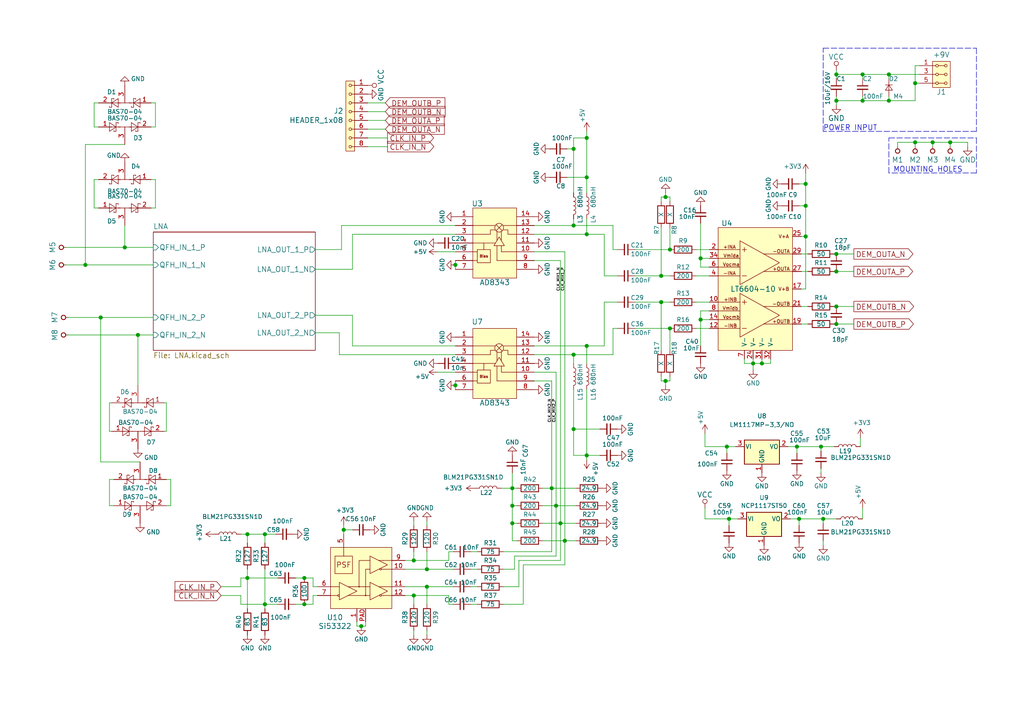
<source format=kicad_sch>
(kicad_sch (version 20201015) (generator eeschema)
  (page 1 2)
  (paper "A4")
  (title_block (title "QFHMIX01C") (date "%F") (rev "REV 0.2") (company "ORBISYS www.orbisys.sk") (comment 1 "VERSION 3") (comment 2 "Frontend for QFH antenna") (comment 3 "Maksim Rezenov, Jakub kakona"))
  (junction (at 24.765 76.835) (diameter 1.016))
  (junction (at 29.21 92.075) (diameter 1.016))
  (junction (at 36.195 71.755) (diameter 1.016))
  (junction (at 40.005 97.155) (diameter 1.016))
  (junction (at 71.755 154.94) (diameter 1.016))
  (junction (at 71.755 167.64) (diameter 1.016))
  (junction (at 76.835 154.94) (diameter 1.016))
  (junction (at 76.835 175.26) (diameter 1.016))
  (junction (at 88.265 167.64) (diameter 1.016))
  (junction (at 88.265 175.26) (diameter 1.016))
  (junction (at 99.695 153.67) (diameter 1.016))
  (junction (at 104.775 181.61) (diameter 1.016))
  (junction (at 120.015 162.56) (diameter 1.016))
  (junction (at 120.015 172.72) (diameter 1.016))
  (junction (at 123.825 165.1) (diameter 1.016))
  (junction (at 123.825 170.18) (diameter 1.016))
  (junction (at 132.08 76.835) (diameter 1.016))
  (junction (at 132.08 111.76) (diameter 1.016))
  (junction (at 148.59 141.605) (diameter 1.016))
  (junction (at 148.59 146.685) (diameter 1.016))
  (junction (at 148.59 151.765) (diameter 1.016))
  (junction (at 160.02 141.605) (diameter 1.016))
  (junction (at 161.29 146.685) (diameter 1.016))
  (junction (at 162.56 151.765) (diameter 1.016))
  (junction (at 163.83 156.845) (diameter 1.016))
  (junction (at 166.37 43.18) (diameter 1.016))
  (junction (at 166.37 65.405) (diameter 1.016))
  (junction (at 166.37 102.87) (diameter 1.016))
  (junction (at 166.37 124.46) (diameter 1.016))
  (junction (at 170.18 40.005) (diameter 1.016))
  (junction (at 170.18 51.435) (diameter 1.016))
  (junction (at 170.18 67.945) (diameter 1.016))
  (junction (at 170.18 100.33) (diameter 1.016))
  (junction (at 170.18 132.08) (diameter 1.016))
  (junction (at 191.77 80.01) (diameter 1.016))
  (junction (at 191.77 87.63) (diameter 1.016))
  (junction (at 193.04 57.15) (diameter 1.016))
  (junction (at 193.04 110.49) (diameter 1.016))
  (junction (at 194.31 72.39) (diameter 1.016))
  (junction (at 194.31 95.25) (diameter 1.016))
  (junction (at 203.2 74.93) (diameter 1.016))
  (junction (at 203.2 92.71) (diameter 1.016))
  (junction (at 210.82 129.54) (diameter 1.016))
  (junction (at 211.455 150.495) (diameter 1.016))
  (junction (at 218.44 105.41) (diameter 1.016))
  (junction (at 220.98 105.41) (diameter 1.016))
  (junction (at 231.14 129.54) (diameter 1.016))
  (junction (at 231.775 150.495) (diameter 1.016))
  (junction (at 233.68 53.34) (diameter 1.016))
  (junction (at 233.68 59.69) (diameter 1.016))
  (junction (at 233.68 68.58) (diameter 1.016))
  (junction (at 238.125 129.54) (diameter 1.016))
  (junction (at 238.76 150.495) (diameter 1.016))
  (junction (at 242.57 21.59) (diameter 1.016))
  (junction (at 242.57 29.21) (diameter 1.016))
  (junction (at 242.57 73.66) (diameter 1.016))
  (junction (at 242.57 78.74) (diameter 1.016))
  (junction (at 242.57 88.9) (diameter 1.016))
  (junction (at 242.57 93.98) (diameter 1.016))
  (junction (at 250.19 21.59) (diameter 1.016))
  (junction (at 250.19 29.21) (diameter 1.016))
  (junction (at 257.81 21.59) (diameter 1.016))
  (junction (at 257.81 29.21) (diameter 1.016))
  (junction (at 265.43 24.13) (diameter 1.016))
  (junction (at 265.43 41.275) (diameter 1.016))
  (junction (at 270.51 41.275) (diameter 1.016))
  (junction (at 275.59 41.275) (diameter 1.016))
  (wire (pts (xy 19.05 71.755) (xy 36.195 71.755)))
  (wire (pts (xy 19.05 76.835) (xy 24.765 76.835)))
  (wire (pts (xy 19.685 92.075) (xy 29.21 92.075)))
  (wire (pts (xy 24.765 41.91) (xy 24.765 76.835)))
  (wire (pts (xy 24.765 76.835) (xy 44.45 76.835)))
  (wire (pts (xy 27.305 29.845) (xy 28.575 29.845)))
  (wire (pts (xy 27.305 36.83) (xy 27.305 29.845)))
  (wire (pts (xy 27.305 52.07) (xy 28.575 52.07)))
  (wire (pts (xy 27.305 60.325) (xy 27.305 52.07)))
  (wire (pts (xy 28.575 36.83) (xy 27.305 36.83)))
  (wire (pts (xy 28.575 60.325) (xy 27.305 60.325)))
  (wire (pts (xy 29.21 92.075) (xy 29.21 133.985)))
  (wire (pts (xy 29.21 92.075) (xy 44.45 92.075)))
  (wire (pts (xy 31.75 116.84) (xy 31.75 125.095)))
  (wire (pts (xy 31.75 125.095) (xy 32.385 125.095)))
  (wire (pts (xy 31.75 139.065) (xy 31.75 146.685)))
  (wire (pts (xy 31.75 146.685) (xy 33.02 146.685)))
  (wire (pts (xy 32.385 116.84) (xy 31.75 116.84)))
  (wire (pts (xy 33.02 139.065) (xy 31.75 139.065)))
  (wire (pts (xy 36.195 41.91) (xy 24.765 41.91)))
  (wire (pts (xy 36.195 65.405) (xy 36.195 71.755)))
  (wire (pts (xy 36.195 71.755) (xy 44.45 71.755)))
  (wire (pts (xy 40.005 97.155) (xy 19.685 97.155)))
  (wire (pts (xy 40.005 97.155) (xy 40.005 111.76)))
  (wire (pts (xy 40.64 133.985) (xy 29.21 133.985)))
  (wire (pts (xy 43.815 36.83) (xy 45.085 36.83)))
  (wire (pts (xy 43.815 60.325) (xy 45.085 60.325)))
  (wire (pts (xy 44.45 97.155) (xy 40.005 97.155)))
  (wire (pts (xy 45.085 29.845) (xy 43.815 29.845)))
  (wire (pts (xy 45.085 36.83) (xy 45.085 29.845)))
  (wire (pts (xy 45.085 52.07) (xy 43.815 52.07)))
  (wire (pts (xy 45.085 60.325) (xy 45.085 52.07)))
  (wire (pts (xy 47.625 116.84) (xy 48.26 116.84)))
  (wire (pts (xy 48.26 116.84) (xy 48.26 125.095)))
  (wire (pts (xy 48.26 125.095) (xy 47.625 125.095)))
  (wire (pts (xy 48.26 139.065) (xy 49.53 139.065)))
  (wire (pts (xy 49.53 139.065) (xy 49.53 146.685)))
  (wire (pts (xy 49.53 146.685) (xy 48.26 146.685)))
  (wire (pts (xy 64.135 172.72) (xy 69.85 172.72)))
  (wire (pts (xy 69.85 154.94) (xy 71.755 154.94)))
  (wire (pts (xy 69.85 167.64) (xy 69.85 170.18)))
  (wire (pts (xy 69.85 170.18) (xy 64.135 170.18)))
  (wire (pts (xy 69.85 172.72) (xy 69.85 175.26)))
  (wire (pts (xy 69.85 175.26) (xy 76.835 175.26)))
  (wire (pts (xy 71.755 154.94) (xy 71.755 157.48)))
  (wire (pts (xy 71.755 165.1) (xy 71.755 167.64)))
  (wire (pts (xy 71.755 167.64) (xy 69.85 167.64)))
  (wire (pts (xy 71.755 167.64) (xy 71.755 176.53)))
  (wire (pts (xy 76.835 154.94) (xy 71.755 154.94)))
  (wire (pts (xy 76.835 157.48) (xy 76.835 154.94)))
  (wire (pts (xy 76.835 165.1) (xy 76.835 175.26)))
  (wire (pts (xy 76.835 175.26) (xy 80.645 175.26)))
  (wire (pts (xy 76.835 176.53) (xy 76.835 175.26)))
  (wire (pts (xy 80.01 154.94) (xy 76.835 154.94)))
  (wire (pts (xy 80.645 167.64) (xy 71.755 167.64)))
  (wire (pts (xy 85.725 167.64) (xy 88.265 167.64)))
  (wire (pts (xy 85.725 175.26) (xy 88.265 175.26)))
  (wire (pts (xy 88.265 167.64) (xy 90.805 167.64)))
  (wire (pts (xy 88.265 175.26) (xy 90.805 175.26)))
  (wire (pts (xy 90.805 167.64) (xy 90.805 170.18)))
  (wire (pts (xy 90.805 170.18) (xy 92.075 170.18)))
  (wire (pts (xy 90.805 172.72) (xy 92.075 172.72)))
  (wire (pts (xy 90.805 175.26) (xy 90.805 172.72)))
  (wire (pts (xy 91.44 72.39) (xy 99.06 72.39)))
  (wire (pts (xy 91.44 78.105) (xy 102.235 78.105)))
  (wire (pts (xy 91.44 91.44) (xy 102.235 91.44)))
  (wire (pts (xy 91.44 96.52) (xy 98.425 96.52)))
  (wire (pts (xy 98.425 96.52) (xy 98.425 102.87)))
  (wire (pts (xy 98.425 102.87) (xy 132.08 102.87)))
  (wire (pts (xy 99.06 65.405) (xy 132.08 65.405)))
  (wire (pts (xy 99.06 72.39) (xy 99.06 65.405)))
  (wire (pts (xy 99.695 152.4) (xy 99.695 153.67)))
  (wire (pts (xy 99.695 153.67) (xy 99.695 154.94)))
  (wire (pts (xy 102.235 67.945) (xy 132.08 67.945)))
  (wire (pts (xy 102.235 78.105) (xy 102.235 67.945)))
  (wire (pts (xy 102.235 91.44) (xy 102.235 100.33)))
  (wire (pts (xy 102.235 100.33) (xy 132.08 100.33)))
  (wire (pts (xy 102.235 153.67) (xy 99.695 153.67)))
  (wire (pts (xy 103.505 180.34) (xy 103.505 181.61)))
  (wire (pts (xy 103.505 181.61) (xy 104.775 181.61)))
  (wire (pts (xy 104.775 181.61) (xy 106.045 181.61)))
  (wire (pts (xy 106.045 181.61) (xy 106.045 180.34)))
  (wire (pts (xy 106.68 29.845) (xy 111.76 29.845)))
  (wire (pts (xy 106.68 32.385) (xy 111.76 32.385)))
  (wire (pts (xy 106.68 34.925) (xy 111.76 34.925)))
  (wire (pts (xy 106.68 37.465) (xy 111.76 37.465)))
  (wire (pts (xy 106.68 40.005) (xy 112.395 40.005)))
  (wire (pts (xy 106.68 42.545) (xy 112.395 42.545)))
  (wire (pts (xy 117.475 162.56) (xy 120.015 162.56)))
  (wire (pts (xy 117.475 165.1) (xy 123.825 165.1)))
  (wire (pts (xy 117.475 170.18) (xy 123.825 170.18)))
  (wire (pts (xy 117.475 172.72) (xy 120.015 172.72)))
  (wire (pts (xy 120.015 152.4) (xy 120.015 151.13)))
  (wire (pts (xy 120.015 162.56) (xy 120.015 160.02)))
  (wire (pts (xy 120.015 162.56) (xy 130.175 162.56)))
  (wire (pts (xy 120.015 172.72) (xy 120.015 175.26)))
  (wire (pts (xy 120.015 172.72) (xy 130.175 172.72)))
  (wire (pts (xy 120.015 182.88) (xy 120.015 184.15)))
  (wire (pts (xy 123.825 152.4) (xy 123.825 151.13)))
  (wire (pts (xy 123.825 165.1) (xy 123.825 160.02)))
  (wire (pts (xy 123.825 165.1) (xy 131.445 165.1)))
  (wire (pts (xy 123.825 170.18) (xy 123.825 175.26)))
  (wire (pts (xy 123.825 170.18) (xy 131.445 170.18)))
  (wire (pts (xy 123.825 182.88) (xy 123.825 184.15)))
  (wire (pts (xy 127 73.025) (xy 132.08 73.025)))
  (wire (pts (xy 127 107.95) (xy 132.08 107.95)))
  (wire (pts (xy 130.175 160.02) (xy 131.445 160.02)))
  (wire (pts (xy 130.175 162.56) (xy 130.175 160.02)))
  (wire (pts (xy 130.175 172.72) (xy 130.175 175.26)))
  (wire (pts (xy 130.175 175.26) (xy 131.445 175.26)))
  (wire (pts (xy 132.08 75.565) (xy 132.08 76.835)))
  (wire (pts (xy 132.08 76.835) (xy 132.08 78.105)))
  (wire (pts (xy 132.08 110.49) (xy 132.08 111.76)))
  (wire (pts (xy 132.08 111.76) (xy 132.08 113.03)))
  (wire (pts (xy 136.525 160.02) (xy 138.43 160.02)))
  (wire (pts (xy 136.525 165.1) (xy 138.43 165.1)))
  (wire (pts (xy 136.525 170.18) (xy 138.43 170.18)))
  (wire (pts (xy 136.525 175.26) (xy 138.43 175.26)))
  (wire (pts (xy 145.415 141.605) (xy 148.59 141.605)))
  (wire (pts (xy 146.05 160.02) (xy 160.02 160.02)))
  (wire (pts (xy 146.05 165.1) (xy 149.225 165.1)))
  (wire (pts (xy 146.05 170.18) (xy 150.495 170.18)))
  (wire (pts (xy 146.05 175.26) (xy 151.765 175.26)))
  (wire (pts (xy 148.59 137.16) (xy 148.59 141.605)))
  (wire (pts (xy 148.59 141.605) (xy 149.86 141.605)))
  (wire (pts (xy 148.59 146.685) (xy 148.59 141.605)))
  (wire (pts (xy 148.59 151.765) (xy 148.59 146.685)))
  (wire (pts (xy 148.59 156.845) (xy 148.59 151.765)))
  (wire (pts (xy 149.225 161.29) (xy 161.29 161.29)))
  (wire (pts (xy 149.225 165.1) (xy 149.225 161.29)))
  (wire (pts (xy 149.86 146.685) (xy 148.59 146.685)))
  (wire (pts (xy 149.86 151.765) (xy 148.59 151.765)))
  (wire (pts (xy 149.86 156.845) (xy 148.59 156.845)))
  (wire (pts (xy 150.495 162.56) (xy 162.56 162.56)))
  (wire (pts (xy 150.495 170.18) (xy 150.495 162.56)))
  (wire (pts (xy 151.765 163.83) (xy 151.765 175.26)))
  (wire (pts (xy 154.94 65.405) (xy 166.37 65.405)))
  (wire (pts (xy 154.94 67.945) (xy 170.18 67.945)))
  (wire (pts (xy 154.94 73.025) (xy 163.83 73.025)))
  (wire (pts (xy 154.94 75.565) (xy 162.56 75.565)))
  (wire (pts (xy 154.94 100.33) (xy 170.18 100.33)))
  (wire (pts (xy 154.94 102.87) (xy 166.37 102.87)))
  (wire (pts (xy 154.94 107.95) (xy 161.29 107.95)))
  (wire (pts (xy 154.94 110.49) (xy 160.02 110.49)))
  (wire (pts (xy 157.48 141.605) (xy 160.02 141.605)))
  (wire (pts (xy 157.48 146.685) (xy 161.29 146.685)))
  (wire (pts (xy 157.48 151.765) (xy 162.56 151.765)))
  (wire (pts (xy 157.48 156.845) (xy 163.83 156.845)))
  (wire (pts (xy 160.02 110.49) (xy 160.02 141.605)))
  (wire (pts (xy 160.02 141.605) (xy 160.02 160.02)))
  (wire (pts (xy 161.29 107.95) (xy 161.29 146.685)))
  (wire (pts (xy 161.29 146.685) (xy 161.29 161.29)))
  (wire (pts (xy 162.56 75.565) (xy 162.56 151.765)))
  (wire (pts (xy 162.56 151.765) (xy 162.56 162.56)))
  (wire (pts (xy 163.83 73.025) (xy 163.83 156.845)))
  (wire (pts (xy 163.83 156.845) (xy 163.83 163.83)))
  (wire (pts (xy 163.83 163.83) (xy 151.765 163.83)))
  (wire (pts (xy 164.465 43.18) (xy 166.37 43.18)))
  (wire (pts (xy 164.465 51.435) (xy 170.18 51.435)))
  (wire (pts (xy 166.37 40.005) (xy 166.37 43.18)))
  (wire (pts (xy 166.37 40.005) (xy 170.18 40.005)))
  (wire (pts (xy 166.37 43.18) (xy 166.37 55.88)))
  (wire (pts (xy 166.37 63.5) (xy 166.37 65.405)))
  (wire (pts (xy 166.37 65.405) (xy 177.8 65.405)))
  (wire (pts (xy 166.37 102.87) (xy 177.8 102.87)))
  (wire (pts (xy 166.37 105.41) (xy 166.37 102.87)))
  (wire (pts (xy 166.37 113.03) (xy 166.37 124.46)))
  (wire (pts (xy 166.37 124.46) (xy 166.37 132.08)))
  (wire (pts (xy 166.37 132.08) (xy 170.18 132.08)))
  (wire (pts (xy 167.005 141.605) (xy 160.02 141.605)))
  (wire (pts (xy 167.005 146.685) (xy 161.29 146.685)))
  (wire (pts (xy 167.005 151.765) (xy 162.56 151.765)))
  (wire (pts (xy 167.005 156.845) (xy 163.83 156.845)))
  (wire (pts (xy 170.18 38.1) (xy 170.18 40.005)))
  (wire (pts (xy 170.18 40.005) (xy 170.18 51.435)))
  (wire (pts (xy 170.18 51.435) (xy 170.18 55.88)))
  (wire (pts (xy 170.18 63.5) (xy 170.18 67.945)))
  (wire (pts (xy 170.18 67.945) (xy 175.26 67.945)))
  (wire (pts (xy 170.18 100.33) (xy 175.26 100.33)))
  (wire (pts (xy 170.18 105.41) (xy 170.18 100.33)))
  (wire (pts (xy 170.18 132.08) (xy 170.18 113.03)))
  (wire (pts (xy 170.18 132.08) (xy 170.18 133.35)))
  (wire (pts (xy 173.99 124.46) (xy 166.37 124.46)))
  (wire (pts (xy 173.99 132.08) (xy 170.18 132.08)))
  (wire (pts (xy 175.26 67.945) (xy 175.26 80.01)))
  (wire (pts (xy 175.26 80.01) (xy 179.07 80.01)))
  (wire (pts (xy 175.26 87.63) (xy 175.26 100.33)))
  (wire (pts (xy 177.8 65.405) (xy 177.8 72.39)))
  (wire (pts (xy 177.8 72.39) (xy 179.07 72.39)))
  (wire (pts (xy 177.8 95.25) (xy 177.8 102.87)))
  (wire (pts (xy 179.07 87.63) (xy 175.26 87.63)))
  (wire (pts (xy 179.07 95.25) (xy 177.8 95.25)))
  (wire (pts (xy 184.15 72.39) (xy 194.31 72.39)))
  (wire (pts (xy 184.15 80.01) (xy 191.77 80.01)))
  (wire (pts (xy 191.77 57.15) (xy 193.04 57.15)))
  (wire (pts (xy 191.77 58.42) (xy 191.77 57.15)))
  (wire (pts (xy 191.77 66.04) (xy 191.77 80.01)))
  (wire (pts (xy 191.77 80.01) (xy 194.31 80.01)))
  (wire (pts (xy 191.77 87.63) (xy 184.15 87.63)))
  (wire (pts (xy 191.77 87.63) (xy 191.77 101.6)))
  (wire (pts (xy 191.77 109.22) (xy 191.77 110.49)))
  (wire (pts (xy 191.77 110.49) (xy 193.04 110.49)))
  (wire (pts (xy 193.04 55.88) (xy 193.04 57.15)))
  (wire (pts (xy 193.04 57.15) (xy 194.31 57.15)))
  (wire (pts (xy 193.04 110.49) (xy 194.31 110.49)))
  (wire (pts (xy 193.04 111.76) (xy 193.04 110.49)))
  (wire (pts (xy 194.31 57.15) (xy 194.31 58.42)))
  (wire (pts (xy 194.31 66.04) (xy 194.31 72.39)))
  (wire (pts (xy 194.31 87.63) (xy 191.77 87.63)))
  (wire (pts (xy 194.31 95.25) (xy 184.15 95.25)))
  (wire (pts (xy 194.31 95.25) (xy 194.31 101.6)))
  (wire (pts (xy 194.31 110.49) (xy 194.31 109.22)))
  (wire (pts (xy 201.93 72.39) (xy 205.74 72.39)))
  (wire (pts (xy 201.93 80.01) (xy 205.74 80.01)))
  (wire (pts (xy 201.93 87.63) (xy 205.74 87.63)))
  (wire (pts (xy 201.93 95.25) (xy 205.74 95.25)))
  (wire (pts (xy 203.2 64.77) (xy 203.2 74.93)))
  (wire (pts (xy 203.2 74.93) (xy 205.74 74.93)))
  (wire (pts (xy 203.2 77.47) (xy 203.2 74.93)))
  (wire (pts (xy 203.2 90.17) (xy 203.2 92.71)))
  (wire (pts (xy 203.2 92.71) (xy 205.74 92.71)))
  (wire (pts (xy 203.2 100.33) (xy 203.2 92.71)))
  (wire (pts (xy 204.47 129.54) (xy 204.47 125.73)))
  (wire (pts (xy 204.47 147.32) (xy 204.47 150.495)))
  (wire (pts (xy 204.47 150.495) (xy 211.455 150.495)))
  (wire (pts (xy 205.74 77.47) (xy 203.2 77.47)))
  (wire (pts (xy 205.74 90.17) (xy 203.2 90.17)))
  (wire (pts (xy 210.82 129.54) (xy 204.47 129.54)))
  (wire (pts (xy 210.82 129.54) (xy 210.82 131.445)))
  (wire (pts (xy 211.455 150.495) (xy 211.455 152.4)))
  (wire (pts (xy 213.36 129.54) (xy 210.82 129.54)))
  (wire (pts (xy 213.995 150.495) (xy 211.455 150.495)))
  (wire (pts (xy 215.9 104.14) (xy 215.9 105.41)))
  (wire (pts (xy 215.9 105.41) (xy 218.44 105.41)))
  (wire (pts (xy 218.44 104.14) (xy 218.44 105.41)))
  (wire (pts (xy 218.44 105.41) (xy 220.98 105.41)))
  (wire (pts (xy 218.44 107.315) (xy 218.44 105.41)))
  (wire (pts (xy 220.98 104.14) (xy 220.98 105.41)))
  (wire (pts (xy 220.98 105.41) (xy 223.52 105.41)))
  (wire (pts (xy 223.52 105.41) (xy 223.52 104.14)))
  (wire (pts (xy 228.6 129.54) (xy 231.14 129.54)))
  (wire (pts (xy 229.235 150.495) (xy 231.775 150.495)))
  (wire (pts (xy 231.14 129.54) (xy 231.14 131.445)))
  (wire (pts (xy 231.14 129.54) (xy 238.125 129.54)))
  (wire (pts (xy 231.775 53.34) (xy 233.68 53.34)))
  (wire (pts (xy 231.775 59.69) (xy 233.68 59.69)))
  (wire (pts (xy 231.775 150.495) (xy 231.775 152.4)))
  (wire (pts (xy 231.775 150.495) (xy 238.76 150.495)))
  (wire (pts (xy 232.41 78.74) (xy 234.315 78.74)))
  (wire (pts (xy 232.41 83.82) (xy 233.68 83.82)))
  (wire (pts (xy 232.41 88.9) (xy 234.315 88.9)))
  (wire (pts (xy 232.41 93.98) (xy 234.315 93.98)))
  (wire (pts (xy 233.68 50.165) (xy 233.68 53.34)))
  (wire (pts (xy 233.68 53.34) (xy 233.68 59.69)))
  (wire (pts (xy 233.68 59.69) (xy 233.68 68.58)))
  (wire (pts (xy 233.68 68.58) (xy 232.41 68.58)))
  (wire (pts (xy 233.68 83.82) (xy 233.68 68.58)))
  (wire (pts (xy 234.315 73.66) (xy 232.41 73.66)))
  (wire (pts (xy 238.125 130.81) (xy 238.125 129.54)))
  (wire (pts (xy 238.125 135.89) (xy 238.125 137.16)))
  (wire (pts (xy 238.76 150.495) (xy 242.57 150.495)))
  (wire (pts (xy 238.76 151.765) (xy 238.76 150.495)))
  (wire (pts (xy 238.76 158.115) (xy 238.76 156.845)))
  (wire (pts (xy 241.935 73.66) (xy 242.57 73.66)))
  (wire (pts (xy 241.935 88.9) (xy 242.57 88.9)))
  (wire (pts (xy 241.935 129.54) (xy 238.125 129.54)))
  (wire (pts (xy 242.57 20.32) (xy 242.57 21.59)))
  (wire (pts (xy 242.57 21.59) (xy 242.57 22.86)))
  (wire (pts (xy 242.57 27.94) (xy 242.57 29.21)))
  (wire (pts (xy 242.57 29.21) (xy 242.57 30.48)))
  (wire (pts (xy 242.57 73.66) (xy 247.65 73.66)))
  (wire (pts (xy 242.57 78.74) (xy 241.935 78.74)))
  (wire (pts (xy 242.57 78.74) (xy 247.65 78.74)))
  (wire (pts (xy 242.57 88.9) (xy 247.65 88.9)))
  (wire (pts (xy 242.57 93.98) (xy 241.935 93.98)))
  (wire (pts (xy 242.57 93.98) (xy 247.65 93.98)))
  (wire (pts (xy 249.555 127) (xy 249.555 129.54)))
  (wire (pts (xy 250.19 21.59) (xy 242.57 21.59)))
  (wire (pts (xy 250.19 22.86) (xy 250.19 21.59)))
  (wire (pts (xy 250.19 27.94) (xy 250.19 29.21)))
  (wire (pts (xy 250.19 29.21) (xy 242.57 29.21)))
  (wire (pts (xy 250.19 150.495) (xy 250.19 147.32)))
  (wire (pts (xy 257.81 21.59) (xy 250.19 21.59)))
  (wire (pts (xy 257.81 22.86) (xy 257.81 21.59)))
  (wire (pts (xy 257.81 27.94) (xy 257.81 29.21)))
  (wire (pts (xy 257.81 29.21) (xy 250.19 29.21)))
  (wire (pts (xy 260.35 41.275) (xy 260.35 42.545)))
  (wire (pts (xy 265.43 19.05) (xy 265.43 24.13)))
  (wire (pts (xy 265.43 24.13) (xy 265.43 29.21)))
  (wire (pts (xy 265.43 29.21) (xy 257.81 29.21)))
  (wire (pts (xy 265.43 41.275) (xy 260.35 41.275)))
  (wire (pts (xy 265.43 42.545) (xy 265.43 41.275)))
  (wire (pts (xy 266.7 19.05) (xy 265.43 19.05)))
  (wire (pts (xy 266.7 21.59) (xy 257.81 21.59)))
  (wire (pts (xy 266.7 24.13) (xy 265.43 24.13)))
  (wire (pts (xy 270.51 41.275) (xy 265.43 41.275)))
  (wire (pts (xy 270.51 42.545) (xy 270.51 41.275)))
  (wire (pts (xy 275.59 41.275) (xy 270.51 41.275)))
  (wire (pts (xy 275.59 42.545) (xy 275.59 41.275)))
  (wire (pts (xy 280.67 41.275) (xy 275.59 41.275)))
  (wire (pts (xy 280.67 42.545) (xy 280.67 41.275)))
  (polyline (pts (xy 238.76 13.97) (xy 283.21 13.97)) (stroke (width 0) (type dash)))
  (polyline (pts (xy 238.76 38.1) (xy 238.76 13.97)) (stroke (width 0) (type dash)))
  (polyline (pts (xy 257.81 40.005) (xy 283.21 40.005)) (stroke (width 0) (type dash)))
  (polyline (pts (xy 257.81 50.165) (xy 257.81 40.005)) (stroke (width 0) (type dash)))
  (polyline (pts (xy 283.21 13.97) (xy 283.21 38.1)) (stroke (width 0) (type dash)))
  (polyline (pts (xy 283.21 38.1) (xy 238.76 38.1)) (stroke (width 0) (type dash)))
  (polyline (pts (xy 283.21 40.005) (xy 283.21 50.165)) (stroke (width 0) (type dash)))
  (polyline (pts (xy 283.21 50.165) (xy 257.81 50.165)) (stroke (width 0) (type dash)))
  (text "POWER INPUT" (at 238.76 38.1 0) (effects (font (size 1.524 1.524)) (justify left bottom)))
  (text "MOUNTING HOLES" (at 259.08 50.165 0) (effects (font (size 1.524 1.524)) (justify left bottom)))
  (label "CLK_MIX2_N" (at 160.02 122.555 90) (effects (font (size 0.762 0.762))))
  (label "CLK_MIX2_P" (at 161.29 122.555 90) (effects (font (size 0.762 0.762))))
  (label "CLK_MIX1_N" (at 162.56 84.455 90) (effects (font (size 0.762 0.762))))
  (label "CLK_MIX1_P" (at 163.83 77.47 270) (effects (font (size 0.762 0.762))))
  (global_label "CLK_IN_P" (shape input) (at 64.135 170.18 180) (effects (font (size 1.524 1.524))))
  (global_label "CLK_IN_N" (shape input) (at 64.135 172.72 180) (effects (font (size 1.524 1.524))))
  (global_label "DEM_OUTB_P" (shape input) (at 111.76 29.845 0) (effects (font (size 1.524 1.524))))
  (global_label "DEM_OUTB_N" (shape input) (at 111.76 32.385 0) (effects (font (size 1.524 1.524))))
  (global_label "DEM_OUTA_P" (shape input) (at 111.76 34.925 0) (effects (font (size 1.524 1.524))))
  (global_label "DEM_OUTA_N" (shape input) (at 111.76 37.465 0) (effects (font (size 1.524 1.524))))
  (global_label "CLK_IN_P" (shape output) (at 112.395 40.005 0) (effects (font (size 1.524 1.524))))
  (global_label "CLK_IN_N" (shape output) (at 112.395 42.545 0) (effects (font (size 1.524 1.524))))
  (global_label "DEM_OUTA_N" (shape output) (at 247.65 73.66 0) (effects (font (size 1.524 1.524))))
  (global_label "DEM_OUTA_P" (shape output) (at 247.65 78.74 0) (effects (font (size 1.524 1.524))))
  (global_label "DEM_OUTB_N" (shape output) (at 247.65 88.9 0) (effects (font (size 1.524 1.524))))
  (global_label "DEM_OUTB_P" (shape output) (at 247.65 93.98 0) (effects (font (size 1.524 1.524))))
  (symbol (lib_id "QFHMIX01C-rescue:HOLE-MLAB_MECHANICAL") (at 17.78 71.755 0) (unit 1)
    (property "Reference" "M5" (at 15.24 71.755 90) (effects (font (size 1.524 1.524))))
    (property "Value" "HOLE" (effects hide))
    (property "Footprint" "Mlab_Mechanical:MountingHole_3mm" (effects hide))
  )
  (symbol (lib_id "QFHMIX01C-rescue:HOLE-MLAB_MECHANICAL") (at 17.78 76.835 0) (unit 1)
    (property "Reference" "M6" (at 15.24 76.835 90) (effects (font (size 1.524 1.524))))
    (property "Value" "HOLE" (effects hide))
    (property "Footprint" "Mlab_Mechanical:MountingHole_3mm" (effects hide))
  )
  (symbol (lib_id "QFHMIX01C-rescue:HOLE-MLAB_MECHANICAL") (at 18.415 92.075 0) (unit 1)
    (property "Reference" "M7" (at 15.875 92.075 90) (effects (font (size 1.524 1.524))))
    (property "Value" "HOLE" (effects hide))
    (property "Footprint" "Mlab_Mechanical:MountingHole_3mm" (effects hide))
  )
  (symbol (lib_id "QFHMIX01C-rescue:HOLE-MLAB_MECHANICAL") (at 18.415 97.155 0) (unit 1)
    (property "Reference" "M8" (at 15.875 97.155 90) (effects (font (size 1.524 1.524))))
    (property "Value" "HOLE" (effects hide))
    (property "Footprint" "Mlab_Mechanical:MountingHole_3mm" (effects hide))
  )
  (symbol (lib_id "QFHMIX01C-rescue:HOLE-MLAB_MECHANICAL") (at 260.35 43.815 90) (unit 1)
    (property "Reference" "M1" (at 260.35 46.355 90) (effects (font (size 1.524 1.524))))
    (property "Value" "HOLE" (effects hide))
    (property "Footprint" "Mlab_Mechanical:MountingHole_3mm" (effects hide))
  )
  (symbol (lib_id "QFHMIX01C-rescue:HOLE-MLAB_MECHANICAL") (at 265.43 43.815 90) (unit 1)
    (property "Reference" "M2" (at 265.43 46.355 90) (effects (font (size 1.524 1.524))))
    (property "Value" "HOLE" (effects hide))
    (property "Footprint" "Mlab_Mechanical:MountingHole_3mm" (effects hide))
  )
  (symbol (lib_id "QFHMIX01C-rescue:HOLE-MLAB_MECHANICAL") (at 270.51 43.815 90) (unit 1)
    (property "Reference" "M3" (at 270.51 46.355 90) (effects (font (size 1.524 1.524))))
    (property "Value" "HOLE" (effects hide))
    (property "Footprint" "Mlab_Mechanical:MountingHole_3mm" (effects hide))
  )
  (symbol (lib_id "QFHMIX01C-rescue:HOLE-MLAB_MECHANICAL") (at 275.59 43.815 90) (unit 1)
    (property "Reference" "M4" (at 275.59 46.355 90) (effects (font (size 1.524 1.524))))
    (property "Value" "HOLE" (effects hide))
    (property "Footprint" "Mlab_Mechanical:MountingHole_3mm" (effects hide))
  )
  (symbol (lib_id "QFHMIX01C-rescue:VCC-power-QFHMIX01B-rescue") (at 106.68 24.765 270) (unit 1)
    (property "Reference" "#PWR033" (effects hide))
    (property "Value" "VCC" (at 110.49 22.225 0) (effects (font (size 1.524 1.524))))
  )
  (symbol (lib_id "QFHMIX01C-rescue:VCC-power-QFHMIX01B-rescue") (at 204.47 147.32 0) (unit 1)
    (property "Reference" "#PWR070" (effects hide))
    (property "Value" "VCC" (at 204.47 143.51 0) (effects (font (size 1.524 1.524))))
  )
  (symbol (lib_id "QFHMIX01C-rescue:VCC-power-QFHMIX01B-rescue") (at 242.57 20.32 0) (unit 1)
    (property "Reference" "#PWR02" (effects hide))
    (property "Value" "VCC" (at 242.57 16.51 0) (effects (font (size 1.524 1.524))))
  )
  (symbol (lib_id "QFHMIX01C-rescue:+3V3-power-QFHMIX01B-rescue") (at 62.23 154.94 90) (unit 1)
    (property "Reference" "#PWR077" (effects hide))
    (property "Value" "+3V3" (at 57.8358 154.559 0))
  )
  (symbol (lib_id "QFHMIX01C-rescue:+3V3-power-QFHMIX01B-rescue") (at 99.695 152.4 0) (unit 1)
    (property "Reference" "#PWR073" (effects hide))
    (property "Value" "+3V3" (at 100.076 148.0058 0))
  )
  (symbol (lib_id "QFHMIX01C-rescue:+5V-power-QFHMIX01B-rescue") (at 127 73.025 90) (unit 1)
    (property "Reference" "#PWR029" (effects hide))
    (property "Value" "+5V" (at 123.825 73.025 90) (effects (justify left)))
  )
  (symbol (lib_id "QFHMIX01C-rescue:+5V-power-QFHMIX01B-rescue") (at 127 107.95 90) (unit 1)
    (property "Reference" "#PWR045" (effects hide))
    (property "Value" "+5V" (at 124.46 109.22 90) (effects (justify left)))
  )
  (symbol (lib_id "QFHMIX01C-rescue:+3V3-power-QFHMIX01B-rescue") (at 137.795 141.605 90) (unit 1)
    (property "Reference" "#PWR091" (effects hide))
    (property "Value" "+3V3" (at 131.445 141.605 90))
  )
  (symbol (lib_id "QFHMIX01C-rescue:+5V-power-QFHMIX01B-rescue") (at 170.18 38.1 0) (unit 1)
    (property "Reference" "#PWR06" (effects hide))
    (property "Value" "+5V" (at 168.91 35.56 90) (effects (justify left)))
  )
  (symbol (lib_id "QFHMIX01C-rescue:+5V-power-QFHMIX01B-rescue") (at 170.18 133.35 180) (unit 1)
    (property "Reference" "#PWR068" (effects hide))
    (property "Value" "+5V" (at 172.72 133.985 90) (effects (justify left)))
  )
  (symbol (lib_id "QFHMIX01C-rescue:+5V-power-QFHMIX01B-rescue") (at 204.47 125.73 0) (unit 1)
    (property "Reference" "#PWR052" (effects hide))
    (property "Value" "+5V" (at 203.2 123.19 90) (effects (justify left)))
  )
  (symbol (lib_id "QFHMIX01C-rescue:+3V3-power-QFHMIX01B-rescue") (at 233.68 50.165 0) (unit 1)
    (property "Reference" "#PWR014" (effects hide))
    (property "Value" "+3V3" (at 229.87 48.26 0))
  )
  (symbol (lib_id "QFHMIX01C-rescue:+3V3-power-QFHMIX01B-rescue") (at 249.555 127 0) (unit 1)
    (property "Reference" "#PWR057" (effects hide))
    (property "Value" "+3V3" (at 249.936 122.6058 0))
  )
  (symbol (lib_id "QFHMIX01C-rescue:+5V-power-QFHMIX01B-rescue") (at 250.19 147.32 0) (unit 1)
    (property "Reference" "#PWR071" (effects hide))
    (property "Value" "+5V" (at 248.92 144.78 90) (effects (justify left)))
  )
  (symbol (lib_id "QFHMIX01C-rescue:L-device-QFHMIX01B-rescue") (at 66.04 154.94 90) (unit 1)
    (property "Reference" "L21" (at 67.31 156.21 90) (effects (justify left)))
    (property "Value" "BLM21PG331SN1D" (at 76.2 149.86 90) (effects (justify left)))
    (property "Footprint" "Mlab_L:SMD-0805" (effects hide))
    (property "MFPN" "BLM21PG331SN1D" (effects hide))
  )
  (symbol (lib_id "QFHMIX01C-rescue:L-device-QFHMIX01B-rescue") (at 141.605 141.605 90) (unit 1)
    (property "Reference" "L22" (at 142.875 142.875 90) (effects (justify left)))
    (property "Value" "BLM21PG331SN1D" (at 146.05 138.43 90) (effects (justify left)))
    (property "Footprint" "Mlab_L:SMD-0805" (effects hide))
    (property "MFPN" "BLM21PG331SN1D" (effects hide))
  )
  (symbol (lib_id "QFHMIX01C-rescue:L-device-QFHMIX01B-rescue") (at 166.37 59.69 0) (unit 1)
    (property "Reference" "L3" (at 168.275 64.77 90) (effects (justify left)))
    (property "Value" "680nH" (at 168.275 60.325 90) (effects (justify left)))
    (property "Footprint" "Inductors_SMD:L_0805" (effects hide))
    (property "MFPN" "AIML-0603-R68K-T" (effects hide))
  )
  (symbol (lib_id "QFHMIX01C-rescue:L-device-QFHMIX01B-rescue") (at 166.37 109.22 0) (unit 1)
    (property "Reference" "L15" (at 168.275 116.205 90) (effects (justify left)))
    (property "Value" "680nH" (at 168.275 111.76 90) (effects (justify left)))
    (property "Footprint" "Inductors_SMD:L_0805" (effects hide))
    (property "MFPN" "AIML-0603-R68K-T" (effects hide))
  )
  (symbol (lib_id "QFHMIX01C-rescue:L-device-QFHMIX01B-rescue") (at 170.18 59.69 0) (unit 1)
    (property "Reference" "L4" (at 172.085 64.77 90) (effects (justify left)))
    (property "Value" "680nH" (at 172.085 60.325 90) (effects (justify left)))
    (property "Footprint" "Inductors_SMD:L_0805" (effects hide))
    (property "MFPN" "AIML-0603-R68K-T" (effects hide))
  )
  (symbol (lib_id "QFHMIX01C-rescue:L-device-QFHMIX01B-rescue") (at 170.18 109.22 0) (unit 1)
    (property "Reference" "L16" (at 172.085 116.205 90) (effects (justify left)))
    (property "Value" "680nH" (at 172.085 111.76 90) (effects (justify left)))
    (property "Footprint" "Inductors_SMD:L_0805" (effects hide))
    (property "MFPN" "AIML-0603-R68K-T" (effects hide))
  )
  (symbol (lib_id "QFHMIX01C-rescue:L-device-QFHMIX01B-rescue") (at 245.745 129.54 90) (unit 1)
    (property "Reference" "L19" (at 247.015 130.81 90) (effects (justify left)))
    (property "Value" "BLM21PG331SN1D" (at 258.445 132.715 90) (effects (justify left)))
    (property "Footprint" "Mlab_L:SMD-0805" (effects hide))
    (property "MFPN" "BLM21PG331SN1D" (effects hide))
  )
  (symbol (lib_id "QFHMIX01C-rescue:L-device-QFHMIX01B-rescue") (at 246.38 150.495 90) (unit 1)
    (property "Reference" "L20" (at 247.65 151.765 90) (effects (justify left)))
    (property "Value" "BLM21PG331SN1D" (at 258.445 154.305 90) (effects (justify left)))
    (property "Footprint" "Mlab_L:SMD-0805" (effects hide))
    (property "MFPN" "BLM21PG331SN1D" (effects hide))
  )
  (symbol (lib_id "QFHMIX01C-rescue:GND-power-QFHMIX01B-rescue") (at 36.195 24.765 180) (unit 1)
    (property "Reference" "#PWR01" (effects hide))
    (property "Value" "GND" (at 40.005 22.86 0))
  )
  (symbol (lib_id "QFHMIX01C-rescue:GND-power-QFHMIX01B-rescue") (at 36.195 46.99 180) (unit 1)
    (property "Reference" "#PWR07" (effects hide))
    (property "Value" "GND" (at 33.02 45.085 0))
  )
  (symbol (lib_id "QFHMIX01C-rescue:GND-power-QFHMIX01B-rescue") (at 40.005 130.175 0) (unit 1)
    (property "Reference" "#PWR059" (effects hide))
    (property "Value" "GND" (at 43.815 132.715 0))
  )
  (symbol (lib_id "QFHMIX01C-rescue:GND-power-QFHMIX01B-rescue") (at 40.64 151.765 0) (unit 1)
    (property "Reference" "#PWR072" (effects hide))
    (property "Value" "GND" (at 44.45 154.305 0))
  )
  (symbol (lib_id "QFHMIX01C-rescue:GND-power-QFHMIX01B-rescue") (at 71.755 184.15 0) (unit 1)
    (property "Reference" "#PWR089" (effects hide))
    (property "Value" "GND" (at 71.755 187.96 0))
  )
  (symbol (lib_id "QFHMIX01C-rescue:GND-power-QFHMIX01B-rescue") (at 76.835 184.15 0) (unit 1)
    (property "Reference" "#PWR090" (effects hide))
    (property "Value" "GND" (at 76.835 187.96 0))
  )
  (symbol (lib_id "QFHMIX01C-rescue:GND-power-QFHMIX01B-rescue") (at 85.09 154.94 90) (unit 1)
    (property "Reference" "#PWR078" (effects hide))
    (property "Value" "GND" (at 88.9 154.94 0))
  )
  (symbol (lib_id "QFHMIX01C-rescue:GND-power-QFHMIX01B-rescue") (at 104.775 181.61 0) (unit 1)
    (property "Reference" "#PWR086" (effects hide))
    (property "Value" "GND" (at 104.775 185.42 0))
  )
  (symbol (lib_id "QFHMIX01C-rescue:GND-power-QFHMIX01B-rescue") (at 106.68 27.305 90) (unit 1)
    (property "Reference" "#PWR030" (effects hide))
    (property "Value" "GND" (at 110.49 27.305 0))
  )
  (symbol (lib_id "QFHMIX01C-rescue:GND-power-QFHMIX01B-rescue") (at 107.315 153.67 90) (unit 1)
    (property "Reference" "#PWR076" (effects hide))
    (property "Value" "GND" (at 111.125 153.67 0))
  )
  (symbol (lib_id "QFHMIX01C-rescue:GND-power-QFHMIX01B-rescue") (at 120.015 151.13 180) (unit 1)
    (property "Reference" "#PWR074" (effects hide))
    (property "Value" "GND" (at 120.015 147.32 0))
  )
  (symbol (lib_id "QFHMIX01C-rescue:GND-power-QFHMIX01B-rescue") (at 120.015 184.15 0) (unit 1)
    (property "Reference" "#PWR087" (effects hide))
    (property "Value" "GND" (at 120.015 187.96 0))
  )
  (symbol (lib_id "QFHMIX01C-rescue:GND-power-QFHMIX01B-rescue") (at 123.825 151.13 180) (unit 1)
    (property "Reference" "#PWR075" (effects hide))
    (property "Value" "GND" (at 123.825 147.32 0))
  )
  (symbol (lib_id "QFHMIX01C-rescue:GND-power-QFHMIX01B-rescue") (at 123.825 184.15 0) (unit 1)
    (property "Reference" "#PWR088" (effects hide))
    (property "Value" "GND" (at 123.825 187.96 0))
  )
  (symbol (lib_id "QFHMIX01C-rescue:GND-power-QFHMIX01B-rescue") (at 127 70.485 270) (unit 1)
    (property "Reference" "#PWR027" (effects hide))
    (property "Value" "GND" (at 121.92 70.485 90))
  )
  (symbol (lib_id "QFHMIX01C-rescue:GND-power-QFHMIX01B-rescue") (at 127 105.41 270) (unit 1)
    (property "Reference" "#PWR041" (effects hide))
    (property "Value" "GND" (at 121.92 105.41 90))
  )
  (symbol (lib_id "QFHMIX01C-rescue:GND-power-QFHMIX01B-rescue") (at 132.08 62.865 270) (unit 1)
    (property "Reference" "#PWR021" (effects hide))
    (property "Value" "GND" (at 128.27 62.865 0))
  )
  (symbol (lib_id "QFHMIX01C-rescue:GND-power-QFHMIX01B-rescue") (at 132.08 76.835 270) (unit 1)
    (property "Reference" "#PWR031" (effects hide))
    (property "Value" "GND" (at 128.27 76.835 0))
  )
  (symbol (lib_id "QFHMIX01C-rescue:GND-power-QFHMIX01B-rescue") (at 132.08 97.79 270) (unit 1)
    (property "Reference" "#PWR035" (effects hide))
    (property "Value" "GND" (at 128.27 97.79 0))
  )
  (symbol (lib_id "QFHMIX01C-rescue:GND-power-QFHMIX01B-rescue") (at 132.08 111.76 270) (unit 1)
    (property "Reference" "#PWR046" (effects hide))
    (property "Value" "GND" (at 128.27 111.76 0))
  )
  (symbol (lib_id "QFHMIX01C-rescue:GND-power-QFHMIX01B-rescue") (at 148.59 132.08 180) (unit 1)
    (property "Reference" "#PWR092" (effects hide))
    (property "Value" "GND" (at 148.59 128.27 0))
  )
  (symbol (lib_id "QFHMIX01C-rescue:GND-power-QFHMIX01B-rescue") (at 154.94 62.865 90) (unit 1)
    (property "Reference" "#PWR022" (effects hide))
    (property "Value" "GND" (at 158.75 62.865 0))
  )
  (symbol (lib_id "QFHMIX01C-rescue:GND-power-QFHMIX01B-rescue") (at 154.94 70.485 90) (unit 1)
    (property "Reference" "#PWR028" (effects hide))
    (property "Value" "GND" (at 158.75 70.485 0))
  )
  (symbol (lib_id "QFHMIX01C-rescue:GND-power-QFHMIX01B-rescue") (at 154.94 78.105 90) (unit 1)
    (property "Reference" "#PWR032" (effects hide))
    (property "Value" "GND" (at 158.75 78.105 0))
  )
  (symbol (lib_id "QFHMIX01C-rescue:GND-power-QFHMIX01B-rescue") (at 154.94 97.79 90) (unit 1)
    (property "Reference" "#PWR036" (effects hide))
    (property "Value" "GND" (at 158.75 97.79 0))
  )
  (symbol (lib_id "QFHMIX01C-rescue:GND-power-QFHMIX01B-rescue") (at 154.94 105.41 90) (unit 1)
    (property "Reference" "#PWR042" (effects hide))
    (property "Value" "GND" (at 158.75 105.41 0))
  )
  (symbol (lib_id "QFHMIX01C-rescue:GND-power-QFHMIX01B-rescue") (at 154.94 113.03 90) (unit 1)
    (property "Reference" "#PWR048" (effects hide))
    (property "Value" "GND" (at 158.75 113.03 0))
  )
  (symbol (lib_id "QFHMIX01C-rescue:GND-power-QFHMIX01B-rescue") (at 159.385 43.18 270) (unit 1)
    (property "Reference" "#PWR013" (effects hide))
    (property "Value" "GND" (at 155.575 43.18 0))
  )
  (symbol (lib_id "QFHMIX01C-rescue:GND-power-QFHMIX01B-rescue") (at 159.385 51.435 270) (unit 1)
    (property "Reference" "#PWR015" (effects hide))
    (property "Value" "GND" (at 155.575 51.435 0))
  )
  (symbol (lib_id "QFHMIX01C-rescue:GND-power-QFHMIX01B-rescue") (at 174.625 141.605 90) (unit 1)
    (property "Reference" "#PWR050" (effects hide))
    (property "Value" "GND" (at 178.435 141.605 0))
  )
  (symbol (lib_id "QFHMIX01C-rescue:GND-power-QFHMIX01B-rescue") (at 174.625 146.685 90) (unit 1)
    (property "Reference" "#PWR058" (effects hide))
    (property "Value" "GND" (at 178.435 146.685 0))
  )
  (symbol (lib_id "QFHMIX01C-rescue:GND-power-QFHMIX01B-rescue") (at 174.625 151.765 90) (unit 1)
    (property "Reference" "#PWR063" (effects hide))
    (property "Value" "GND" (at 178.435 151.765 0))
  )
  (symbol (lib_id "QFHMIX01C-rescue:GND-power-QFHMIX01B-rescue") (at 174.625 156.845 90) (unit 1)
    (property "Reference" "#PWR069" (effects hide))
    (property "Value" "GND" (at 178.435 156.845 0))
  )
  (symbol (lib_id "QFHMIX01C-rescue:GND-power-QFHMIX01B-rescue") (at 179.07 124.46 90) (unit 1)
    (property "Reference" "#PWR051" (effects hide))
    (property "Value" "GND" (at 182.88 124.46 0))
  )
  (symbol (lib_id "QFHMIX01C-rescue:GND-power-QFHMIX01B-rescue") (at 179.07 132.08 90) (unit 1)
    (property "Reference" "#PWR062" (effects hide))
    (property "Value" "GND" (at 182.88 132.08 0))
  )
  (symbol (lib_id "QFHMIX01C-rescue:GND-power-QFHMIX01B-rescue") (at 193.04 55.88 180) (unit 1)
    (property "Reference" "#PWR018" (effects hide))
    (property "Value" "GND" (at 193.04 52.07 0))
  )
  (symbol (lib_id "QFHMIX01C-rescue:GND-power-QFHMIX01B-rescue") (at 193.04 111.76 0) (unit 1)
    (property "Reference" "#PWR047" (effects hide))
    (property "Value" "GND" (at 193.04 115.57 0))
  )
  (symbol (lib_id "QFHMIX01C-rescue:GND-power-QFHMIX01B-rescue") (at 203.2 59.69 180) (unit 1)
    (property "Reference" "#PWR019" (effects hide))
    (property "Value" "GND" (at 203.2 55.88 0))
  )
  (symbol (lib_id "QFHMIX01C-rescue:GND-power-QFHMIX01B-rescue") (at 203.2 105.41 0) (unit 1)
    (property "Reference" "#PWR043" (effects hide))
    (property "Value" "GND" (at 203.2 109.22 0))
  )
  (symbol (lib_id "QFHMIX01C-rescue:GND-power-QFHMIX01B-rescue") (at 210.82 136.525 0) (unit 1)
    (property "Reference" "#PWR064" (effects hide))
    (property "Value" "GND" (at 210.82 140.335 0))
  )
  (symbol (lib_id "QFHMIX01C-rescue:GND-power-QFHMIX01B-rescue") (at 211.455 157.48 0) (unit 1)
    (property "Reference" "#PWR079" (effects hide))
    (property "Value" "GND" (at 211.455 161.29 0))
  )
  (symbol (lib_id "QFHMIX01C-rescue:GND-power-QFHMIX01B-rescue") (at 218.44 107.315 0) (unit 1)
    (property "Reference" "#PWR044" (effects hide))
    (property "Value" "GND" (at 218.44 111.125 0))
  )
  (symbol (lib_id "QFHMIX01C-rescue:GND-power-QFHMIX01B-rescue") (at 220.98 137.16 0) (unit 1)
    (property "Reference" "#PWR066" (effects hide))
    (property "Value" "GND" (at 220.98 140.97 0))
  )
  (symbol (lib_id "QFHMIX01C-rescue:GND-power-QFHMIX01B-rescue") (at 221.615 158.115 0) (unit 1)
    (property "Reference" "#PWR081" (effects hide))
    (property "Value" "GND" (at 221.615 161.925 0))
  )
  (symbol (lib_id "QFHMIX01C-rescue:GND-power-QFHMIX01B-rescue") (at 226.695 53.34 270) (unit 1)
    (property "Reference" "#PWR016" (effects hide))
    (property "Value" "GND" (at 222.885 53.34 0))
  )
  (symbol (lib_id "QFHMIX01C-rescue:GND-power-QFHMIX01B-rescue") (at 226.695 59.69 270) (unit 1)
    (property "Reference" "#PWR020" (effects hide))
    (property "Value" "GND" (at 222.885 59.69 0))
  )
  (symbol (lib_id "QFHMIX01C-rescue:GND-power-QFHMIX01B-rescue") (at 231.14 136.525 0) (unit 1)
    (property "Reference" "#PWR065" (effects hide))
    (property "Value" "GND" (at 231.14 140.335 0))
  )
  (symbol (lib_id "QFHMIX01C-rescue:GND-power-QFHMIX01B-rescue") (at 231.775 157.48 0) (unit 1)
    (property "Reference" "#PWR080" (effects hide))
    (property "Value" "GND" (at 231.775 161.29 0))
  )
  (symbol (lib_id "QFHMIX01C-rescue:GND-power-QFHMIX01B-rescue") (at 238.125 137.16 0) (unit 1)
    (property "Reference" "#PWR067" (effects hide))
    (property "Value" "GND" (at 238.125 140.97 0))
  )
  (symbol (lib_id "QFHMIX01C-rescue:GND-power-QFHMIX01B-rescue") (at 238.76 158.115 0) (unit 1)
    (property "Reference" "#PWR082" (effects hide))
    (property "Value" "GND" (at 238.76 161.925 0))
  )
  (symbol (lib_id "QFHMIX01C-rescue:GND-power-QFHMIX01B-rescue") (at 242.57 30.48 0) (unit 1)
    (property "Reference" "#PWR03" (effects hide))
    (property "Value" "GND" (at 242.57 34.29 0) (effects (font (size 1.524 1.524))))
  )
  (symbol (lib_id "QFHMIX01C-rescue:GND-power-QFHMIX01B-rescue") (at 280.67 42.545 0) (unit 1)
    (property "Reference" "#PWR012" (effects hide))
    (property "Value" "GND" (at 280.67 46.355 0) (effects (font (size 1.524 1.524))))
  )
  (symbol (lib_id "QFHMIX01C-rescue:D_Small-device-QFHMIX01B-rescue") (at 257.81 25.4 90) (mirror x) (unit 1)
    (property "Reference" "D2" (at 257.81 22.86 90) (effects (justify right)))
    (property "Value" "M4" (at 259.08 27.94 90) (effects (justify right)))
    (property "Footprint" "Diodes_SMD:D_SMA" (effects hide))
  )
  (symbol (lib_id "QFHMIX01C-rescue:R-device-QFHMIX01B-rescue") (at 71.755 161.29 180) (unit 1)
    (property "Reference" "R32" (at 69.215 161.29 90))
    (property "Value" "127" (at 71.755 161.29 90))
    (property "Footprint" "Mlab_R:SMD-0603" (effects hide))
  )
  (symbol (lib_id "QFHMIX01C-rescue:R-device-QFHMIX01B-rescue") (at 71.755 180.34 180) (unit 1)
    (property "Reference" "R40" (at 69.215 180.34 90))
    (property "Value" "83" (at 71.755 180.34 90))
    (property "Footprint" "Mlab_R:SMD-0603" (effects hide))
  )
  (symbol (lib_id "QFHMIX01C-rescue:R-device-QFHMIX01B-rescue") (at 76.835 161.29 180) (unit 1)
    (property "Reference" "R33" (at 74.295 161.29 90))
    (property "Value" "127" (at 76.835 161.29 90))
    (property "Footprint" "Mlab_R:SMD-0603" (effects hide))
  )
  (symbol (lib_id "QFHMIX01C-rescue:R-device-QFHMIX01B-rescue") (at 76.835 180.34 180) (unit 1)
    (property "Reference" "R41" (at 74.295 180.34 90))
    (property "Value" "83" (at 76.835 180.34 90))
    (property "Footprint" "Mlab_R:SMD-0603" (effects hide))
  )
  (symbol (lib_id "QFHMIX01C-rescue:R-device-QFHMIX01B-rescue") (at 88.265 171.45 180) (unit 1)
    (property "Reference" "R36" (at 85.725 171.45 90))
    (property "Value" "100" (at 88.265 171.45 90))
    (property "Footprint" "Mlab_R:SMD-0603" (effects hide))
  )
  (symbol (lib_id "QFHMIX01C-rescue:R-device-QFHMIX01B-rescue") (at 120.015 156.21 0) (unit 1)
    (property "Reference" "R29" (at 117.475 156.21 90))
    (property "Value" "120" (at 120.015 156.21 90))
    (property "Footprint" "Mlab_R:SMD-0603" (effects hide))
  )
  (symbol (lib_id "QFHMIX01C-rescue:R-device-QFHMIX01B-rescue") (at 120.015 179.07 0) (unit 1)
    (property "Reference" "R38" (at 117.475 179.07 90))
    (property "Value" "120" (at 120.015 179.07 90))
    (property "Footprint" "Mlab_R:SMD-0603" (effects hide))
  )
  (symbol (lib_id "QFHMIX01C-rescue:R-device-QFHMIX01B-rescue") (at 123.825 156.21 0) (unit 1)
    (property "Reference" "R30" (at 126.365 156.21 90))
    (property "Value" "120" (at 123.825 156.21 90))
    (property "Footprint" "Mlab_R:SMD-0603" (effects hide))
  )
  (symbol (lib_id "QFHMIX01C-rescue:R-device-QFHMIX01B-rescue") (at 123.825 179.07 0) (unit 1)
    (property "Reference" "R39" (at 126.365 179.07 90))
    (property "Value" "120" (at 123.825 179.07 90))
    (property "Footprint" "Mlab_R:SMD-0603" (effects hide))
  )
  (symbol (lib_id "QFHMIX01C-rescue:R-device-QFHMIX01B-rescue") (at 142.24 160.02 270) (unit 1)
    (property "Reference" "R31" (at 142.24 157.48 90))
    (property "Value" "75" (at 142.24 160.02 90))
    (property "Footprint" "Mlab_R:SMD-0603" (effects hide))
  )
  (symbol (lib_id "QFHMIX01C-rescue:R-device-QFHMIX01B-rescue") (at 142.24 165.1 270) (unit 1)
    (property "Reference" "R34" (at 142.24 162.56 90))
    (property "Value" "75" (at 142.24 165.1 90))
    (property "Footprint" "Mlab_R:SMD-0603" (effects hide))
  )
  (symbol (lib_id "QFHMIX01C-rescue:R-device-QFHMIX01B-rescue") (at 142.24 170.18 270) (unit 1)
    (property "Reference" "R35" (at 142.24 167.64 90))
    (property "Value" "75" (at 142.24 170.18 90))
    (property "Footprint" "Mlab_R:SMD-0603" (effects hide))
  )
  (symbol (lib_id "QFHMIX01C-rescue:R-device-QFHMIX01B-rescue") (at 142.24 175.26 270) (unit 1)
    (property "Reference" "R37" (at 142.24 172.72 90))
    (property "Value" "75" (at 142.24 175.26 90))
    (property "Footprint" "Mlab_R:SMD-0603" (effects hide))
  )
  (symbol (lib_id "QFHMIX01C-rescue:R-device-QFHMIX01B-rescue") (at 153.67 141.605 270) (unit 1)
    (property "Reference" "R42" (at 153.67 139.065 90))
    (property "Value" "200" (at 153.67 141.605 90))
    (property "Footprint" "Mlab_R:SMD-0603" (effects hide))
  )
  (symbol (lib_id "QFHMIX01C-rescue:R-device-QFHMIX01B-rescue") (at 153.67 146.685 270) (unit 1)
    (property "Reference" "R43" (at 153.67 144.145 90))
    (property "Value" "200" (at 153.67 146.685 90))
    (property "Footprint" "Mlab_R:SMD-0603" (effects hide))
  )
  (symbol (lib_id "QFHMIX01C-rescue:R-device-QFHMIX01B-rescue") (at 153.67 151.765 270) (unit 1)
    (property "Reference" "R44" (at 153.67 149.225 90))
    (property "Value" "200" (at 153.67 151.765 90))
    (property "Footprint" "Mlab_R:SMD-0603" (effects hide))
  )
  (symbol (lib_id "QFHMIX01C-rescue:R-device-QFHMIX01B-rescue") (at 153.67 156.845 270) (unit 1)
    (property "Reference" "R45" (at 153.67 154.305 90))
    (property "Value" "200" (at 153.67 156.845 90))
    (property "Footprint" "Mlab_R:SMD-0603" (effects hide))
  )
  (symbol (lib_id "QFHMIX01C-rescue:R-device-QFHMIX01B-rescue") (at 170.815 141.605 270) (unit 1)
    (property "Reference" "R25" (at 170.815 139.065 90))
    (property "Value" "24.9" (at 170.815 141.605 90))
    (property "Footprint" "Mlab_R:SMD-0603" (effects hide))
  )
  (symbol (lib_id "QFHMIX01C-rescue:R-device-QFHMIX01B-rescue") (at 170.815 146.685 270) (unit 1)
    (property "Reference" "R26" (at 170.815 144.145 90))
    (property "Value" "24.9" (at 170.815 146.685 90))
    (property "Footprint" "Mlab_R:SMD-0603" (effects hide))
  )
  (symbol (lib_id "QFHMIX01C-rescue:R-device-QFHMIX01B-rescue") (at 170.815 151.765 270) (unit 1)
    (property "Reference" "R27" (at 170.815 149.225 90))
    (property "Value" "24.9" (at 170.815 151.765 90))
    (property "Footprint" "Mlab_R:SMD-0603" (effects hide))
  )
  (symbol (lib_id "QFHMIX01C-rescue:R-device-QFHMIX01B-rescue") (at 170.815 156.845 270) (unit 1)
    (property "Reference" "R28" (at 170.815 154.305 90))
    (property "Value" "24.9" (at 170.815 156.845 90))
    (property "Footprint" "Mlab_R:SMD-0603" (effects hide))
  )
  (symbol (lib_id "QFHMIX01C-rescue:R-device-QFHMIX01B-rescue") (at 191.77 62.23 0) (unit 1)
    (property "Reference" "R7" (at 190.5 66.675 90))
    (property "Value" "X" (at 191.77 62.23 90))
    (property "Footprint" "Mlab_R:SMD-0603" (effects hide))
  )
  (symbol (lib_id "QFHMIX01C-rescue:R-device-QFHMIX01B-rescue") (at 191.77 105.41 0) (unit 1)
    (property "Reference" "R17" (at 190.5 100.965 90))
    (property "Value" "X" (at 191.77 105.41 90))
    (property "Footprint" "Mlab_R:SMD-0603" (effects hide))
  )
  (symbol (lib_id "QFHMIX01C-rescue:R-device-QFHMIX01B-rescue") (at 194.31 62.23 180) (unit 1)
    (property "Reference" "R8" (at 195.58 66.675 90))
    (property "Value" "X" (at 194.31 62.23 90))
    (property "Footprint" "Mlab_R:SMD-0603" (effects hide))
  )
  (symbol (lib_id "QFHMIX01C-rescue:R-device-QFHMIX01B-rescue") (at 194.31 105.41 180) (unit 1)
    (property "Reference" "R18" (at 195.58 100.965 90))
    (property "Value" "X" (at 194.31 105.41 90))
    (property "Footprint" "Mlab_R:SMD-0603" (effects hide))
  )
  (symbol (lib_id "QFHMIX01C-rescue:R-device-QFHMIX01B-rescue") (at 198.12 72.39 270) (unit 1)
    (property "Reference" "R9" (at 198.12 69.85 90))
    (property "Value" "200" (at 198.12 72.39 90))
    (property "Footprint" "Mlab_R:SMD-0603" (effects hide))
  )
  (symbol (lib_id "QFHMIX01C-rescue:R-device-QFHMIX01B-rescue") (at 198.12 80.01 270) (unit 1)
    (property "Reference" "R12" (at 198.12 77.47 90))
    (property "Value" "200" (at 198.12 80.01 90))
    (property "Footprint" "Mlab_R:SMD-0603" (effects hide))
  )
  (symbol (lib_id "QFHMIX01C-rescue:R-device-QFHMIX01B-rescue") (at 198.12 87.63 270) (unit 1)
    (property "Reference" "R13" (at 198.12 85.09 90))
    (property "Value" "200" (at 198.12 87.63 90))
    (property "Footprint" "Mlab_R:SMD-0603" (effects hide))
  )
  (symbol (lib_id "QFHMIX01C-rescue:R-device-QFHMIX01B-rescue") (at 198.12 95.25 270) (unit 1)
    (property "Reference" "R16" (at 198.12 92.71 90))
    (property "Value" "200" (at 198.12 95.25 90))
    (property "Footprint" "Mlab_R:SMD-0603" (effects hide))
  )
  (symbol (lib_id "QFHMIX01C-rescue:R-device-QFHMIX01B-rescue") (at 238.125 73.66 270) (unit 1)
    (property "Reference" "R10" (at 238.125 71.12 90))
    (property "Value" "50" (at 238.125 73.66 90))
    (property "Footprint" "Mlab_R:SMD-0603" (effects hide))
  )
  (symbol (lib_id "QFHMIX01C-rescue:R-device-QFHMIX01B-rescue") (at 238.125 78.74 270) (unit 1)
    (property "Reference" "R11" (at 238.125 76.2 90))
    (property "Value" "50" (at 238.125 78.74 90))
    (property "Footprint" "Mlab_R:SMD-0603" (effects hide))
  )
  (symbol (lib_id "QFHMIX01C-rescue:R-device-QFHMIX01B-rescue") (at 238.125 88.9 270) (unit 1)
    (property "Reference" "R14" (at 238.125 86.36 90))
    (property "Value" "50" (at 238.125 88.9 90))
    (property "Footprint" "Mlab_R:SMD-0603" (effects hide))
  )
  (symbol (lib_id "QFHMIX01C-rescue:R-device-QFHMIX01B-rescue") (at 238.125 93.98 270) (unit 1)
    (property "Reference" "R15" (at 238.125 91.44 90))
    (property "Value" "50" (at 238.125 93.98 90))
    (property "Footprint" "Mlab_R:SMD-0603" (effects hide))
  )
  (symbol (lib_id "QFHMIX01C-rescue:C_Small-device-QFHMIX01B-rescue") (at 82.55 154.94 90) (unit 1)
    (property "Reference" "C58" (at 81.28 153.67 90) (effects (justify left)))
    (property "Value" "100nF" (at 85.09 151.13 90) (effects (justify left)))
    (property "Footprint" "Mlab_C:SMD-0603" (effects hide))
  )
  (symbol (lib_id "QFHMIX01C-rescue:C_Small-device-QFHMIX01B-rescue") (at 83.185 167.64 90) (unit 1)
    (property "Reference" "C63" (at 81.915 166.37 90) (effects (justify left)))
    (property "Value" "100nF" (at 85.725 163.83 90) (effects (justify left)))
    (property "Footprint" "Mlab_C:SMD-0603" (effects hide))
  )
  (symbol (lib_id "QFHMIX01C-rescue:C_Small-device-QFHMIX01B-rescue") (at 83.185 175.26 90) (unit 1)
    (property "Reference" "C65" (at 81.915 173.99 90) (effects (justify left)))
    (property "Value" "100nF" (at 84.455 179.07 90) (effects (justify left)))
    (property "Footprint" "Mlab_C:SMD-0603" (effects hide))
  )
  (symbol (lib_id "QFHMIX01C-rescue:C_Small-device-QFHMIX01B-rescue") (at 104.775 153.67 90) (unit 1)
    (property "Reference" "C56" (at 104.14 150.495 90) (effects (justify left)))
    (property "Value" "10nF" (at 109.22 150.495 90) (effects (justify left)))
    (property "Footprint" "Mlab_C:SMD-0603" (effects hide))
  )
  (symbol (lib_id "QFHMIX01C-rescue:C_Small-device-QFHMIX01B-rescue") (at 129.54 70.485 270) (unit 1)
    (property "Reference" "C20" (at 130.81 69.215 90) (effects (justify left)))
    (property "Value" "10nF" (at 130.81 71.755 90) (effects (justify left)))
    (property "Footprint" "Mlab_C:SMD-0603" (effects hide))
  )
  (symbol (lib_id "QFHMIX01C-rescue:C_Small-device-QFHMIX01B-rescue") (at 129.54 105.41 270) (unit 1)
    (property "Reference" "C41" (at 130.81 104.14 90) (effects (justify left)))
    (property "Value" "10n" (at 130.81 106.68 90) (effects (justify left)))
    (property "Footprint" "Mlab_C:SMD-0603" (effects hide))
  )
  (symbol (lib_id "QFHMIX01C-rescue:C_Small-device-QFHMIX01B-rescue") (at 133.985 160.02 90) (unit 1)
    (property "Reference" "C61" (at 132.715 158.75 90) (effects (justify left)))
    (property "Value" "10nF" (at 139.065 158.75 90) (effects (justify left)))
    (property "Footprint" "Mlab_C:SMD-0603" (effects hide))
  )
  (symbol (lib_id "QFHMIX01C-rescue:C_Small-device-QFHMIX01B-rescue") (at 133.985 165.1 90) (unit 1)
    (property "Reference" "C62" (at 132.715 163.83 90) (effects (justify left)))
    (property "Value" "10nF" (at 138.43 163.83 90) (effects (justify left)))
    (property "Footprint" "Mlab_C:SMD-0603" (effects hide))
  )
  (symbol (lib_id "QFHMIX01C-rescue:C_Small-device-QFHMIX01B-rescue") (at 133.985 170.18 90) (unit 1)
    (property "Reference" "C64" (at 132.715 168.91 90) (effects (justify left)))
    (property "Value" "10nF" (at 138.43 168.91 90) (effects (justify left)))
    (property "Footprint" "Mlab_C:SMD-0603" (effects hide))
  )
  (symbol (lib_id "QFHMIX01C-rescue:C_Small-device-QFHMIX01B-rescue") (at 133.985 175.26 90) (unit 1)
    (property "Reference" "C66" (at 132.715 173.99 90) (effects (justify left)))
    (property "Value" "10nF" (at 138.43 173.99 90) (effects (justify left)))
    (property "Footprint" "Mlab_C:SMD-0603" (effects hide))
  )
  (symbol (lib_id "QFHMIX01C-rescue:C_Small-device-QFHMIX01B-rescue") (at 148.59 134.62 0) (unit 1)
    (property "Reference" "C67" (at 152.4 132.715 90) (effects (justify left)))
    (property "Value" "10nF" (at 151.765 137.795 90) (effects (justify left)))
    (property "Footprint" "Mlab_C:SMD-0603" (effects hide))
  )
  (symbol (lib_id "QFHMIX01C-rescue:C_Small-device-QFHMIX01B-rescue") (at 161.925 43.18 270) (unit 1)
    (property "Reference" "C7" (at 161.29 46.355 90) (effects (justify left)))
    (property "Value" "100nF" (at 160.02 40.005 90) (effects (justify left)))
    (property "Footprint" "Mlab_C:SMD-0603" (effects hide))
  )
  (symbol (lib_id "QFHMIX01C-rescue:C_Small-device-QFHMIX01B-rescue") (at 161.925 51.435 270) (unit 1)
    (property "Reference" "C8" (at 161.29 53.975 90) (effects (justify left)))
    (property "Value" "100nF" (at 160.02 48.26 90) (effects (justify left)))
    (property "Footprint" "Mlab_C:SMD-0603" (effects hide))
  )
  (symbol (lib_id "QFHMIX01C-rescue:C_Small-device-QFHMIX01B-rescue") (at 176.53 124.46 270) (unit 1)
    (property "Reference" "C47" (at 175.895 127 90) (effects (justify left)))
    (property "Value" "100nF" (at 174.625 121.285 90) (effects (justify left)))
    (property "Footprint" "Mlab_C:SMD-0603" (effects hide))
  )
  (symbol (lib_id "QFHMIX01C-rescue:C_Small-device-QFHMIX01B-rescue") (at 176.53 132.08 270) (unit 1)
    (property "Reference" "C52" (at 175.895 134.62 90) (effects (justify left)))
    (property "Value" "100nF" (at 174.625 128.905 90) (effects (justify left)))
    (property "Footprint" "Mlab_C:SMD-0603" (effects hide))
  )
  (symbol (lib_id "QFHMIX01C-rescue:C_Small-device-QFHMIX01B-rescue") (at 181.61 72.39 270) (unit 1)
    (property "Reference" "C21" (at 182.88 71.12 90) (effects (justify left)))
    (property "Value" "100nF" (at 182.88 73.66 90) (effects (justify left)))
    (property "Footprint" "Mlab_C:SMD-0603" (effects hide))
  )
  (symbol (lib_id "QFHMIX01C-rescue:C_Small-device-QFHMIX01B-rescue") (at 181.61 80.01 270) (unit 1)
    (property "Reference" "C28" (at 182.88 78.74 90) (effects (justify left)))
    (property "Value" "100nF" (at 182.88 81.28 90) (effects (justify left)))
    (property "Footprint" "Mlab_C:SMD-0603" (effects hide))
  )
  (symbol (lib_id "QFHMIX01C-rescue:C_Small-device-QFHMIX01B-rescue") (at 181.61 87.63 270) (unit 1)
    (property "Reference" "C29" (at 182.88 86.36 90) (effects (justify left)))
    (property "Value" "100nF" (at 182.88 88.9 90) (effects (justify left)))
    (property "Footprint" "Mlab_C:SMD-0603" (effects hide))
  )
  (symbol (lib_id "QFHMIX01C-rescue:C_Small-device-QFHMIX01B-rescue") (at 181.61 95.25 270) (unit 1)
    (property "Reference" "C36" (at 182.88 93.98 90) (effects (justify left)))
    (property "Value" "100nF" (at 182.88 96.52 90) (effects (justify left)))
    (property "Footprint" "Mlab_C:SMD-0603" (effects hide))
  )
  (symbol (lib_id "QFHMIX01C-rescue:C_Small-device-QFHMIX01B-rescue") (at 203.2 62.23 0) (unit 1)
    (property "Reference" "C16" (at 198.12 60.96 0) (effects (justify left)))
    (property "Value" "10nF" (at 196.85 62.865 0) (effects (justify left)))
    (property "Footprint" "Mlab_C:SMD-0603" (effects hide))
  )
  (symbol (lib_id "QFHMIX01C-rescue:C_Small-device-QFHMIX01B-rescue") (at 203.2 102.87 0) (unit 1)
    (property "Reference" "C40" (at 198.755 99.06 0) (effects (justify left)))
    (property "Value" "10nF" (at 198.12 100.965 0) (effects (justify left)))
    (property "Footprint" "Mlab_C:SMD-0603" (effects hide))
  )
  (symbol (lib_id "QFHMIX01C-rescue:C_Small-device-QFHMIX01B-rescue") (at 210.82 133.985 180) (unit 1)
    (property "Reference" "C54" (at 208.28 131.445 0) (effects (justify left)))
    (property "Value" "100nF" (at 208.28 134.62 0) (effects (justify left)))
    (property "Footprint" "Mlab_C:SMD-0603" (effects hide))
  )
  (symbol (lib_id "QFHMIX01C-rescue:C_Small-device-QFHMIX01B-rescue") (at 211.455 154.94 180) (unit 1)
    (property "Reference" "C59" (at 212.09 146.685 0) (effects (justify left)))
    (property "Value" "100nF" (at 212.725 148.59 0) (effects (justify left)))
    (property "Footprint" "Mlab_C:SMD-0603" (effects hide))
  )
  (symbol (lib_id "QFHMIX01C-rescue:C_Small-device-QFHMIX01B-rescue") (at 229.235 53.34 270) (unit 1)
    (property "Reference" "C9" (at 228.6 56.515 90) (effects (justify left)))
    (property "Value" "100nF" (at 222.25 56.515 90) (effects (justify left)))
    (property "Footprint" "Mlab_C:SMD-0603" (effects hide))
  )
  (symbol (lib_id "QFHMIX01C-rescue:C_Small-device-QFHMIX01B-rescue") (at 229.235 59.69 270) (unit 1)
    (property "Reference" "C10" (at 228.6 62.865 90) (effects (justify left)))
    (property "Value" "100nF" (at 222.25 62.865 90) (effects (justify left)))
    (property "Footprint" "Mlab_C:SMD-0603" (effects hide))
  )
  (symbol (lib_id "QFHMIX01C-rescue:C_Small-device-QFHMIX01B-rescue") (at 231.14 133.985 180) (unit 1)
    (property "Reference" "C55" (at 233.045 125.73 0) (effects (justify left)))
    (property "Value" "100nF" (at 234.95 127.635 0) (effects (justify left)))
    (property "Footprint" "Mlab_C:SMD-0603" (effects hide))
  )
  (symbol (lib_id "QFHMIX01C-rescue:C_Small-device-QFHMIX01B-rescue") (at 231.775 154.94 180) (unit 1)
    (property "Reference" "C60" (at 233.68 146.685 0) (effects (justify left)))
    (property "Value" "100nF" (at 234.315 148.59 0) (effects (justify left)))
    (property "Footprint" "Mlab_C:SMD-0603" (effects hide))
  )
  (symbol (lib_id "QFHMIX01C-rescue:C_Small-device-QFHMIX01B-rescue") (at 238.125 133.35 0) (unit 1)
    (property "Reference" "C53" (at 236.855 125.095 0) (effects (justify left)))
    (property "Value" "10uF" (at 236.22 127 0) (effects (justify left)))
    (property "Footprint" "Mlab_C:C_0805" (effects hide))
  )
  (symbol (lib_id "QFHMIX01C-rescue:C_Small-device-QFHMIX01B-rescue") (at 238.76 154.305 0) (unit 1)
    (property "Reference" "C57" (at 236.855 146.685 0) (effects (justify left)))
    (property "Value" "10uF" (at 236.855 148.59 0) (effects (justify left)))
    (property "Footprint" "Mlab_C:C_0805" (effects hide))
  )
  (symbol (lib_id "QFHMIX01C-rescue:C_Small-device-QFHMIX01B-rescue") (at 242.57 25.4 0) (unit 1)
    (property "Reference" "C1" (at 242.57 22.86 0) (effects (justify left)))
    (property "Value" "10uF/16V" (at 240.03 30.48 90) (effects (justify left)))
    (property "Footprint" "Capacitors_SMD:C_1210_HandSoldering" (effects hide))
  )
  (symbol (lib_id "QFHMIX01C-rescue:C_Small-device-QFHMIX01B-rescue") (at 242.57 76.2 0) (unit 1)
    (property "Reference" "C27" (at 241.935 69.85 0) (effects (justify left)))
    (property "Value" "18pF" (at 241.935 71.755 0) (effects (justify left)))
    (property "Footprint" "Mlab_C:SMD-0603" (effects hide))
  )
  (symbol (lib_id "QFHMIX01C-rescue:C_Small-device-QFHMIX01B-rescue") (at 242.57 91.44 0) (unit 1)
    (property "Reference" "C30" (at 241.3 95.885 0) (effects (justify left)))
    (property "Value" "18pF" (at 241.3 98.425 0) (effects (justify left)))
    (property "Footprint" "Mlab_C:SMD-0603" (effects hide))
  )
  (symbol (lib_id "QFHMIX01C-rescue:C_Small-device-QFHMIX01B-rescue") (at 250.19 25.4 0) (unit 1)
    (property "Reference" "C2" (at 250.19 22.86 0) (effects (justify left)))
    (property "Value" "100nF" (at 250.19 27.94 0) (effects (justify left)))
    (property "Footprint" "Mlab_C:C_0805" (effects hide))
  )
  (symbol (lib_id "QFHMIX01C-rescue:HEADER_2x03_PARALLEL-MLAB_HEADER") (at 273.05 21.59 0) (unit 1)
    (property "Reference" "J1" (at 273.05 26.67 0) (effects (font (size 1.524 1.524))))
    (property "Value" "+9V" (at 273.05 15.875 0) (effects (font (size 1.524 1.524))))
    (property "Footprint" "Mlab_Pin_Headers:Straight_2x03" (effects hide))
  )
  (symbol (lib_id "QFHMIX01C-rescue:BAT54S-Diode-QFHMIX01B-rescue") (at 36.195 29.845 180) (unit 1)
    (property "Reference" "D1" (at 32.385 26.67 0))
    (property "Value" "BAS70-04" (at 36.195 32.385 0))
    (property "Footprint" "TO_SOT_Packages_SMD:SOT-23" (effects hide))
    (property "Datasheet" "https://www.diodes.com/assets/Datasheets/ds11005.pdf" (effects hide))
  )
  (symbol (lib_id "QFHMIX01C-rescue:BAT54S-Diode-QFHMIX01B-rescue") (at 36.195 36.83 0) (unit 1)
    (property "Reference" "D3" (at 40.005 40.005 0))
    (property "Value" "BAS70-04" (at 36.195 34.29 0))
    (property "Footprint" "TO_SOT_Packages_SMD:SOT-23" (effects hide))
    (property "Datasheet" "https://www.diodes.com/assets/Datasheets/ds11005.pdf" (effects hide))
  )
  (symbol (lib_id "QFHMIX01C-rescue:BAT54S-Diode-QFHMIX01B-rescue") (at 36.195 52.07 180) (unit 1)
    (property "Reference" "D4" (at 39.37 48.26 0))
    (property "Value" "BAS70-04" (at 36.195 55.4736 0))
    (property "Footprint" "TO_SOT_Packages_SMD:SOT-23" (effects hide))
    (property "Datasheet" "https://www.diodes.com/assets/Datasheets/ds11005.pdf" (effects hide))
  )
  (symbol (lib_id "QFHMIX01C-rescue:BAT54S-Diode-QFHMIX01B-rescue") (at 36.195 60.325 0) (unit 1)
    (property "Reference" "D5" (at 32.385 64.135 0))
    (property "Value" "BAS70-04" (at 36.195 56.9214 0))
    (property "Footprint" "TO_SOT_Packages_SMD:SOT-23" (effects hide))
    (property "Datasheet" "https://www.diodes.com/assets/Datasheets/ds11005.pdf" (effects hide))
  )
  (symbol (lib_id "QFHMIX01C-rescue:BAT54S-Diode-QFHMIX01B-rescue") (at 40.005 116.84 180) (unit 1)
    (property "Reference" "D6" (at 36.195 113.665 0))
    (property "Value" "BAS70-04" (at 40.64 119.38 0))
    (property "Footprint" "TO_SOT_Packages_SMD:SOT-23" (effects hide))
    (property "Datasheet" "https://www.diodes.com/assets/Datasheets/ds11005.pdf" (effects hide))
  )
  (symbol (lib_id "QFHMIX01C-rescue:BAT54S-Diode-QFHMIX01B-rescue") (at 40.005 125.095 0) (unit 1)
    (property "Reference" "D7" (at 43.815 128.27 0))
    (property "Value" "BAS70-04" (at 39.37 122.555 0))
    (property "Footprint" "TO_SOT_Packages_SMD:SOT-23" (effects hide))
    (property "Datasheet" "https://www.diodes.com/assets/Datasheets/ds11005.pdf" (effects hide))
  )
  (symbol (lib_id "QFHMIX01C-rescue:BAT54S-Diode-QFHMIX01B-rescue") (at 40.64 139.065 180) (unit 1)
    (property "Reference" "D8" (at 44.45 136.525 0))
    (property "Value" "BAS70-04" (at 40.64 141.605 0))
    (property "Footprint" "TO_SOT_Packages_SMD:SOT-23" (effects hide))
    (property "Datasheet" "https://www.diodes.com/assets/Datasheets/ds11005.pdf" (effects hide))
  )
  (symbol (lib_id "QFHMIX01C-rescue:BAT54S-Diode-QFHMIX01B-rescue") (at 40.64 146.685 0) (unit 1)
    (property "Reference" "D9" (at 36.83 149.225 0))
    (property "Value" "BAS70-04" (at 40.64 144.145 0))
    (property "Footprint" "TO_SOT_Packages_SMD:SOT-23" (effects hide))
    (property "Datasheet" "https://www.diodes.com/assets/Datasheets/ds11005.pdf" (effects hide))
  )
  (symbol (lib_id "QFHMIX01C-rescue:HEADER_1x08-MLAB_HEADER") (at 101.6 33.655 0) (mirror y) (unit 1)
    (property "Reference" "J2" (at 99.6188 32.1818 0) (effects (font (size 1.524 1.524)) (justify left)))
    (property "Value" "HEADER_1x08" (at 99.6188 34.8742 0) (effects (font (size 1.524 1.524)) (justify left)))
    (property "Footprint" "maxrez:IDC381-8-110" (effects hide))
  )
  (symbol (lib_id "QFHMIX01C-rescue:AP1117-15-regul-QFHMIX01B-rescue") (at 220.98 129.54 0) (unit 1)
    (property "Reference" "U8" (at 220.98 120.65 0))
    (property "Value" "LM1117MP-3,3/NO" (at 220.98 123.19 0))
    (property "Footprint" "TO_SOT_Packages_SMD:SOT-223-3_TabPin2" (effects hide))
    (property "Datasheet" "http://www.diodes.com/datasheets/AP1117.pdf" (effects hide))
  )
  (symbol (lib_id "QFHMIX01C-rescue:AP1117-15-regul-QFHMIX01B-rescue") (at 221.615 150.495 0) (unit 1)
    (property "Reference" "U9" (at 221.615 144.3482 0))
    (property "Value" "NCP1117ST50" (at 221.615 146.6596 0))
    (property "Footprint" "TO_SOT_Packages_SMD:SOT-223-3_TabPin2" (effects hide))
    (property "Datasheet" "http://www.diodes.com/datasheets/AP1117.pdf" (effects hide))
  )
  (symbol (lib_id "QFHMIX01C-rescue:AD8343-DENGS_lib-QFHMIX01B-rescue") (at 143.51 70.485 0) (unit 1)
    (property "Reference" "U3" (at 138.43 59.055 0) (effects (font (size 1.524 1.524))))
    (property "Value" "AD8343" (at 143.51 81.915 0) (effects (font (size 1.524 1.524))))
    (property "Footprint" "kicad-libraries-master:TSSOP14" (effects hide))
  )
  (symbol (lib_id "QFHMIX01C-rescue:AD8343-DENGS_lib-QFHMIX01B-rescue") (at 143.51 105.41 0) (unit 1)
    (property "Reference" "U7" (at 138.43 93.345 0) (effects (font (size 1.524 1.524))))
    (property "Value" "AD8343" (at 143.51 116.84 0) (effects (font (size 1.524 1.524))))
    (property "Footprint" "kicad-libraries-master:TSSOP14" (effects hide))
  )
  (symbol (lib_id "QFHMIX01C-rescue:Si53322-DENGS_lib-QFHMIX01B-rescue") (at 104.775 167.64 0) (unit 1)
    (property "Reference" "U10" (at 97.155 179.07 0) (effects (font (size 1.524 1.524))))
    (property "Value" "Si53322" (at 97.155 181.61 0) (effects (font (size 1.524 1.524))))
    (property "Footprint" "Housings_DFN_QFN:QFN-16-1EP_3x3mm_Pitch0.5mm_ThermalVias" (effects hide))
  )
  (symbol (lib_id "QFHMIX01C-rescue:LT6604-DENGS_lib-QFHMIX01B-rescue") (at 219.71 83.82 0) (unit 1)
    (property "Reference" "U4" (at 210.82 64.77 0) (effects (font (size 1.524 1.524))))
    (property "Value" "LT6604-10" (at 218.44 83.82 0) (effects (font (size 1.524 1.524))))
    (property "Footprint" "maxrez:UFF_QFN34" (effects hide))
  )
  (sheet (at 44.45 67.31) (size 46.99 34.29)
    (property "Sheet name" "LNA" (at 44.45 66.5475 0) (effects (font (size 1.524 1.524)) (justify left bottom)))
    (property "Sheet file" "LNA.kicad_sch" (at 44.45 102.2101 0) (effects (font (size 1.524 1.524)) (justify left top)))
    (pin "QFH_IN_1_P" input (at 44.45 71.755 180) (effects (font (size 1.524 1.524))))
    (pin "QFH_IN_1_N" input (at 44.45 76.835 180) (effects (font (size 1.524 1.524))))
    (pin "QFH_IN_2_P" input (at 44.45 92.075 180) (effects (font (size 1.524 1.524))))
    (pin "QFH_IN_2_N" input (at 44.45 97.155 180) (effects (font (size 1.524 1.524))))
    (pin "LNA_OUT_1_P" output (at 91.44 72.39 0) (effects (font (size 1.524 1.524))))
    (pin "LNA_OUT_1_N" output (at 91.44 78.105 0) (effects (font (size 1.524 1.524))))
    (pin "LNA_OUT_2_P" output (at 91.44 91.44 0) (effects (font (size 1.524 1.524))))
    (pin "LNA_OUT_2_N" output (at 91.44 96.52 0) (effects (font (size 1.524 1.524))))
  )
)
</source>
